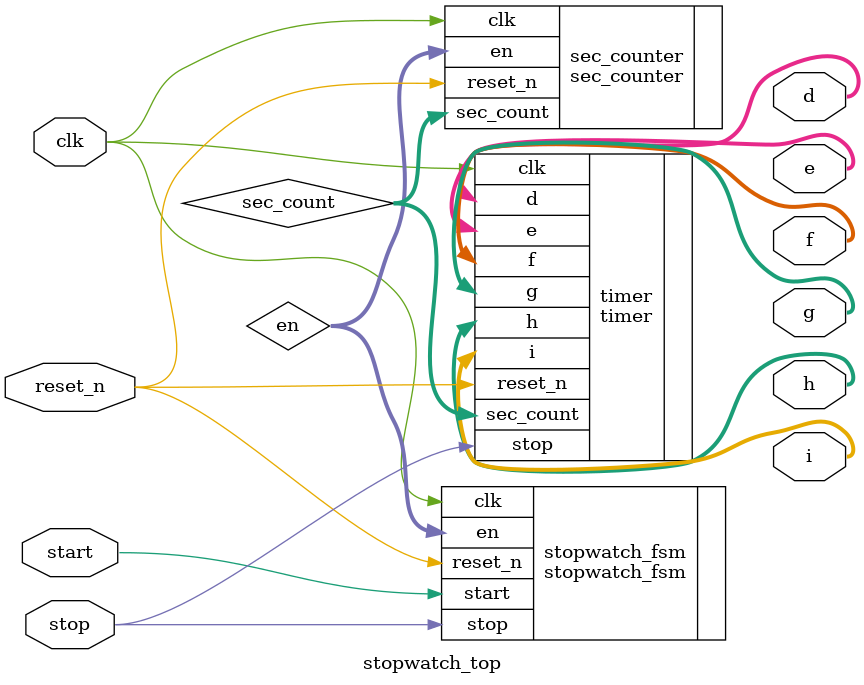
<source format=v>
module stopwatch_top(clk, reset_n, start, stop,
                     d, e, f, g, h, i);
  
  input clk;
  input reset_n;
  input start;
  input stop;
  
  output [3:0] d;
  output [3:0] e;
  output [3:0] f;
  output [3:0] g;
  output [3:0] h;
  output [3:0] i;
  
  wire [18:0] sec_count;
  wire [1:0] en;
  
  sec_counter sec_counter(.clk(clk), .reset_n(reset_n),
                          .en(en), .sec_count(sec_count));
  
  stopwatch_fsm stopwatch_fsm(.clk(clk), .reset_n(reset_n),
                              .start(start), .stop(stop), .en(en));
  
  timer timer(.clk(clk), .reset_n(reset_n), .sec_count(sec_count),
              .stop(stop), .d(d), .e(e), .f(f), .g(g), .h(h), .i(i));
  
endmodule

</source>
